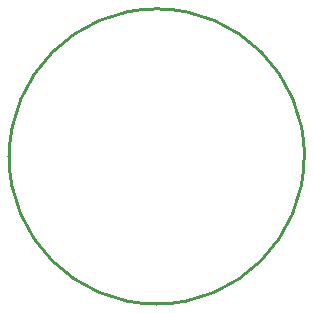
<source format=gto>
%FSTAX23Y23*%
%MOIN*%
%SFA1B1*%

%IPPOS*%
%ADD10C,0.010000*%
%LNstator-1*%
%LPD*%
G54D10*
X04382Y03095D02*
D01*
D01*
G75*
G03X03397I-00492J0D01*
G74*G01*
D01*
G75*
G03X04382I00492J0D01*
G74*G01*
D01*
D01*
G75*
G03X03397I-00492J0D01*
G74*G01*
D01*
G75*
G03X04382I00492J0D01*
G74*G01*
M02*
</source>
